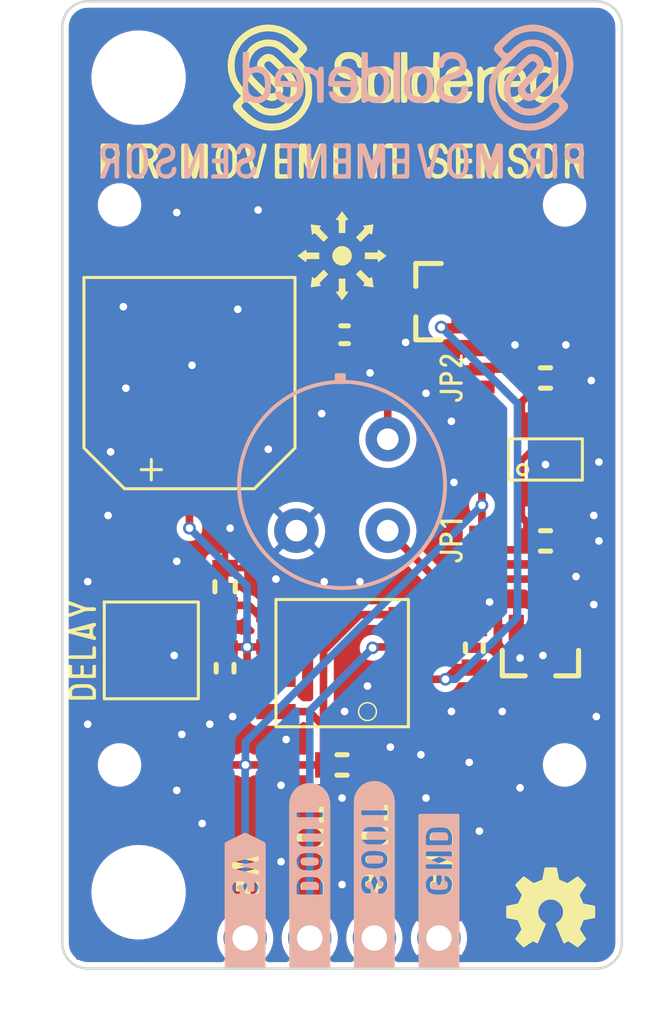
<source format=kicad_pcb>
(kicad_pcb (version 20211014) (generator pcbnew)
  (layers (0 "F.Cu" signal) (31 "B.Cu" signal) (34 "B.Paste" user) (35 "F.Paste" user) (36 "B.SilkS" user "B.Silkscreen") (37 "F.SilkS" user "F.Silkscreen") (38 "B.Mask" user) (39 "F.Mask" user) (44 "Edge.Cuts" user))
  (net 0 "")
  (net 1 "Net-(C1-Pad2)")
  (net 2 "GND")
  (net 3 "3V3")
  (net 4 "Net-(C4-Pad1)")
  (net 5 "REL")
  (net 6 "Net-(C5-Pad1)")
  (net 7 "5V")
  (net 8 "Net-(R1-Pad3)")
  (net 9 "TRIG")
  (net 10 "OUT")
  (net 12 "Net-(Q2-Pad3)")
  (footprint "" (layer "F.Cu") (at 92.25 100)
    (fp_text reference "HOLE_L2" hide)
    (fp_text value "" hide)
    (pad "" np_thru_hole circle locked (at 0 0) (size 1.2 1.2) (drill 1.2) (layers F&B.Cu *.Mask))
  )
  (footprint "buzzardLabel" (layer "F.Cu") (at 102.27 130.4 90)
    (fp_text reference "" (at 0 0 90) (layer "F.SilkS") (effects (font (size 1.27 1.27))))
    (fp_text value "" (at 0 0 90) (layer "F.SilkS") (effects (font (size 1.27 1.27))))
  )
  (footprint "e-radionica.com footprinti:FIDUCIAL_23" (layer "F.Cu") (at 108.5 103.2)
    (fp_text reference "FD1")
    (fp_text value "FIDUCIAL")
    (fp_circle (center 0 0) (end 1 0) (layer "F.Cu") (width 0.2) (fill none))
    (pad "1" smd circle (at 0 0) (size 1 1) (layers "F.Cu" "F.Paste" "F.Mask") (clearance 1.1))
  )
  (footprint "buzzardLabel" (layer "F.Cu") (at 104.81 130.4 90)
    (fp_text reference "" (at 0 0 90) (layer "F.SilkS") (effects (font (size 1.27 1.27))))
    (fp_text value "" (at 0 0 90) (layer "F.SilkS") (effects (font (size 1.27 1.27))))
  )
  (footprint "e-radionica.com footprinti:0603R" (layer "F.Cu") (at 106.2 117.4 90)
    (fp_text reference "R2")
    (fp_text value "10k")
    (pad "1" smd rect locked (at -0.775 0 180) (size 1 0.64) (layers "F.Cu" "F.Paste" "F.Mask") (net 9 "TRIG"))
    (pad "2" smd rect locked (at 0.775 0 180) (size 1 0.64) (layers "F.Cu" "F.Paste" "F.Mask") (net 7 "5V"))
  )
  (footprint "e-radionica.com footprinti:0603C" (layer "F.Cu") (at 109 106.8 180)
    (fp_text reference "C2")
    (fp_text value "2u2")
    (pad "1" smd rect locked (at -0.73 0 180) (size 0.66 1) (layers "F.Cu" "F.Paste" "F.Mask") (net 2 "GND"))
    (pad "2" smd rect locked (at 0.73 0 180) (size 0.66 1) (layers "F.Cu" "F.Paste" "F.Mask") (net 3 "3V3"))
  )
  (footprint "" (layer "F.Cu") (at 92.25 122)
    (fp_text reference "HOLE_L1" hide)
    (fp_text value "" hide)
    (pad "" np_thru_hole circle locked (at 0 0) (size 1.2 1.2) (drill 1.2) (layers F&B.Cu *.Mask))
  )
  (footprint "e-radionica.com footprinti:0603C" (layer "F.Cu") (at 101 122)
    (fp_text reference "C3")
    (fp_text value "100n")
    (pad "1" smd rect locked (at -0.73 0) (size 0.66 1) (layers "F.Cu" "F.Paste" "F.Mask") (net 7 "5V"))
    (pad "2" smd rect locked (at 0.73 0) (size 0.66 1) (layers "F.Cu" "F.Paste" "F.Mask") (net 2 "GND"))
  )
  (footprint "e-radionica.com footprinti:SOT-23-3" (layer "F.Cu") (at 104.6 103.8 180)
    (fp_text reference "Q2")
    (fp_text value "PNP")
    (pad "1" smd rect locked (at -1.2 -0.95 270) (size 0.6 1) (layers "F.Cu" "F.Paste" "F.Mask") (net 9 "TRIG"))
    (pad "2" smd rect locked (at -1.2 0.95 270) (size 0.6 1) (layers "F.Cu" "F.Paste" "F.Mask") (net 2 "GND"))
    (pad "3" smd rect locked (at 1.2 0 270) (size 0.6 1) (layers "F.Cu" "F.Paste" "F.Mask") (net 12 "Net-(Q2-Pad3)"))
  )
  (footprint "e-radionica.com footprinti:ELECTROLITIC_CAP_8x8x14.5" (layer "F.Cu") (at 95 107 90)
    (fp_text reference "C5")
    (fp_text value "EMZR160ARA681MHA0G")
    (pad "1" smd rect (at -3.3 0 180) (size 1.2 3.4) (layers "F.Cu" "F.Paste" "F.Mask") (net 6 "Net-(C5-Pad1)"))
    (pad "2" smd rect (at 3.3 0 180) (size 1.2 3.4) (layers "F.Cu" "F.Paste" "F.Mask") (net 2 "GND"))
  )
  (footprint "Soldered Graphics:Logo-Back-SolderedFULL-13mm" (layer "F.Cu") (at 103.6 95)
    (fp_text reference "REF**" hide)
    (fp_text value "Logo-Front-SolderedFULL-13mm" hide)
  )
  (footprint "" (layer "F.Cu") (at 109.75 100)
    (fp_text reference "HOLE_L3" hide)
    (fp_text value "" hide)
    (pad "" np_thru_hole circle locked (at 0 0) (size 1.2 1.2) (drill 1.2) (layers F&B.Cu *.Mask))
  )
  (footprint "e-radionica.com footprinti:HOLE_3.2mm" (layer "F.Cu") (at 93 95)
    (fp_text reference "H2" hide)
    (fp_text value "HOLE_3.2mm" hide)
    (pad "" np_thru_hole circle locked (at 0 0) (size 3.2 3.2) (drill 3.2) (layers F&B.Cu *.Mask))
  )
  (footprint "e-radionica.com footprinti:0603C" (layer "F.Cu") (at 109 113.2 180)
    (fp_text reference "C1")
    (fp_text value "2u2")
    (pad "1" smd rect locked (at -0.73 0 180) (size 0.66 1) (layers "F.Cu" "F.Paste" "F.Mask") (net 2 "GND"))
    (pad "2" smd rect locked (at 0.73 0 180) (size 0.66 1) (layers "F.Cu" "F.Paste" "F.Mask") (net 1 "Net-(C1-Pad2)"))
  )
  (footprint "e-radionica.com footprinti:SOIC−8" (layer "F.Cu") (at 101 118 180)
    (fp_text reference "U3")
    (fp_text value "NE555DR")
    (pad "1" smd rect locked (at -2.6 -1.905 180) (size 1.55 0.6) (layers "F.Cu" "F.Paste" "F.Mask") (net 2 "GND"))
    (pad "2" smd rect locked (at -2.6 -0.635 180) (size 1.55 0.6) (layers "F.Cu" "F.Paste" "F.Mask") (net 9 "TRIG"))
    (pad "3" smd rect locked (at -2.6 0.635 180) (size 1.55 0.6) (layers "F.Cu" "F.Paste" "F.Mask") (net 10 "OUT"))
    (pad "4" smd rect locked (at -2.6 1.905 180) (size 1.55 0.6) (layers "F.Cu" "F.Paste" "F.Mask") (net 7 "5V"))
    (pad "5" smd rect locked (at 2.6 1.905 180) (size 1.55 0.6) (layers "F.Cu" "F.Paste" "F.Mask") (net 4 "Net-(C4-Pad1)"))
    (pad "6" smd rect locked (at 2.6 0.635 180) (size 1.55 0.6) (layers "F.Cu" "F.Paste" "F.Mask") (net 6 "Net-(C5-Pad1)"))
    (pad "7" smd rect locked (at 2.6 -0.635 180) (size 1.55 0.6) (layers "F.Cu" "F.Paste" "F.Mask") (net 6 "Net-(C5-Pad1)"))
    (pad "8" smd rect locked (at 2.6 -1.905 180) (size 1.55 0.6) (layers "F.Cu" "F.Paste" "F.Mask") (net 7 "5V"))
  )
  (footprint "Soldered Graphics:Version2.1.1." (layer "F.Cu") (at 91.8 129.3)
    (fp_text reference "REF**" hide)
    (fp_text value "Version2.1.1." hide)
    (fp_poly (pts (xy 0.27 0.35) (xy 0.33 0.35) (xy 0.34 0.31) (xy 0.34 -0.35) (xy 0.31 -0.38) (xy 0.26 -0.38) (xy 0.22 -0.34) (xy 0.1 -0.22) (xy 0.09 -0.17) (xy 0.12 -0.16) (xy 0.21 -0.22) (xy 0.25 -0.23) (xy 0.25 0.31) (xy 0.27 0.35)) (layer "F.Cu") (width 0.01) (fill solid))
    (fp_poly (pts (xy 0.98 0.35) (xy 1.03 0.35) (xy 1.05 0.31) (xy 1.05 -0.35) (xy 1.01 -0.38) (xy 0.96 -0.38) (xy 0.92 -0.34) (xy 0.81 -0.22) (xy 0.79 -0.17) (xy 0.82 -0.16) (xy 0.92 -0.22) (xy 0.96 -0.23) (xy 0.96 0.31) (xy 0.98 0.35)) (layer "F.Cu") (width 0.01) (fill solid))
    (fp_poly (pts (xy -0.72 0.35) (xy -0.4 0.35) (xy -0.35 0.33) (xy -0.35 0.28) (xy -0.4 0.27) (xy -0.62 0.27) (xy -0.61 0.23) (xy -0.44 0.02) (xy -0.41 -0.03) (xy -0.38 -0.08) (xy -0.37 -0.13) (xy -0.37 -0.18) (xy -0.37 -0.24) (xy -0.39 -0.29) (xy -0.42 -0.32) (xy -0.46 -0.36) (xy -0.52 -0.38) (xy -0.57 -0.38) (xy -0.63 -0.36) (xy -0.68 -0.32) (xy -0.71 -0.29) (xy -0.73 -0.24) (xy -0.73 -0.19) (xy -0.72 -0.14) (xy -0.67 -0.14) (xy -0.65 -0.18) (xy -0.64 -0.23) (xy -0.61 -0.27) (xy -0.56 -0.29) (xy -0.5 -0.29) (xy -0.47 -0.24) (xy -0.46 -0.19) (xy -0.46 -0.14) (xy -0.48 -0.09) (xy -0.51 -0.04) (xy -0.71 0.21) (xy -0.74 0.26) (xy -0.75 0.31) (xy -0.72 0.35)) (layer "F.Cu") (width 0.01) (fill solid))
    (fp_poly (pts (xy 0.5 0.38) (xy 0.55 0.38) (xy 0.6 0.37) (xy 0.61 0.33) (xy 0.61 0.27) (xy 0.57 0.26) (xy 0.52 0.26) (xy 0.48 0.29) (xy 0.48 0.34) (xy 0.5 0.38)) (layer "F.Cu") (width 0.01) (fill solid))
    (fp_poly (pts (xy -1.22 0.35) (xy -1.17 0.35) (xy -1.14 0.31) (xy -0.98 -0.1) (xy -1 -0.13) (xy -1.06 -0.13) (xy -1.08 -0.1) (xy -1.17 0.16) (xy -1.19 0.21) (xy -1.22 0.17) (xy -1.31 -0.09) (xy -1.33 -0.13) (xy -1.39 -0.13) (xy -1.41 -0.1) (xy -1.25 0.31) (xy -1.22 0.35)) (layer "F.Cu") (width 0.01) (fill solid))
    (fp_poly (pts (xy 1.21 0.38) (xy 1.26 0.38) (xy 1.31 0.37) (xy 1.31 0.33) (xy 1.31 0.27) (xy 1.27 0.26) (xy 1.22 0.26) (xy 1.19 0.29) (xy 1.19 0.34) (xy 1.21 0.38)) (layer "F.Cu") (width 0.01) (fill solid))
    (fp_poly (pts (xy -0.2 0.38) (xy -0.15 0.38) (xy -0.1 0.37) (xy -0.09 0.33) (xy -0.09 0.27) (xy -0.14 0.26) (xy -0.19 0.26) (xy -0.22 0.29) (xy -0.22 0.34) (xy -0.2 0.38)) (layer "F.Cu") (width 0.01) (fill solid))
  )
  (footprint "e-radionica.com footprinti:0603R" (layer "F.Cu") (at 101.1 105.1 180)
    (fp_text reference "R4")
    (fp_text value "10")
    (pad "1" smd rect locked (at -0.775 0 270) (size 1 0.64) (layers "F.Cu" "F.Paste" "F.Mask") (net 12 "Net-(Q2-Pad3)"))
    (pad "2" smd rect locked (at 0.775 0 270) (size 1 0.64) (layers "F.Cu" "F.Paste" "F.Mask") (net 6 "Net-(C5-Pad1)"))
  )
  (footprint "Soldered Graphics:Logo-Front-SolderedFULL-13mm" (layer "F.Cu") (at 103 95)
    (fp_text reference "REF**" hide)
    (fp_text value "Logo-Front-SolderedFULL-13mm" hide)
  )
  (footprint "e-radionica.com footprinti:0603R" (layer "F.Cu") (at 96.4 118.2 -90)
    (fp_text reference "R3")
    (fp_text value "1k")
    (pad "1" smd rect locked (at -0.775 0) (size 1 0.64) (layers "F.Cu" "F.Paste" "F.Mask") (net 6 "Net-(C5-Pad1)"))
    (pad "2" smd rect locked (at 0.775 0) (size 1 0.64) (layers "F.Cu" "F.Paste" "F.Mask") (net 8 "Net-(R1-Pad3)"))
  )
  (footprint "buzzardLabel" (layer "F.Cu") (at 105.3 113.2 90)
    (fp_text reference "" (at 0 0 90) (layer "F.SilkS") (effects (font (size 1.27 1.27))))
    (fp_text value "" (at 0 0 90) (layer "F.SilkS") (effects (font (size 1.27 1.27))))
  )
  (footprint "buzzardLabel" (layer "F.Cu") (at 105.3 106.8 90)
    (fp_text reference "" (at 0 0 90) (layer "F.SilkS") (effects (font (size 1.27 1.27))))
    (fp_text value "" (at 0 0 90) (layer "F.SilkS") (effects (font (size 1.27 1.27))))
  )
  (footprint "e-radionica.com footprinti:HEADER_MALE_4X1" (layer "F.Cu") (at 101 128.8 180)
    (fp_text reference "K1")
    (fp_text value "HEADER_MALE_4X1")
    (pad "1" thru_hole circle locked (at -3.81 0 180) (size 1.7 1.7) (drill 1) (layers *.Cu *.Mask) (net 2 "GND"))
    (pad "2" thru_hole circle locked (at -1.27 0 180) (size 1.7 1.7) (drill 1) (layers *.Cu *.Mask) (net 5 "REL"))
    (pad "3" thru_hole circle locked (at 1.27 0 180) (size 1.7 1.7) (drill 1) (layers *.Cu *.Mask) (net 10 "OUT"))
    (pad "4" thru_hole circle locked (at 3.81 0 180) (size 1.7 1.7) (drill 1) (layers *.Cu *.Mask) (net 7 "5V"))
  )
  (footprint "buzzardLabel" (layer "F.Cu") (at 101 98.3)
    (fp_text reference "" (at 0 0) (layer "F.SilkS") (effects (font (size 1.27 1.27))))
    (fp_text value "" (at 0 0) (layer "F.SilkS") (effects (font (size 1.27 1.27))))
  )
  (footprint "e-radionica.com footprinti:SOT-23-5" (layer "F.Cu") (at 109 110 90)
    (fp_text reference "U2")
    (fp_text value "SE5218")
    (pad "1" smd rect locked (at -1.3 -0.95 90) (size 1.1 0.6) (layers "F.Cu" "F.Paste" "F.Mask") (net 1 "Net-(C1-Pad2)"))
    (pad "2" smd rect locked (at -1.3 0 90) (size 1.1 0.6) (layers "F.Cu" "F.Paste" "F.Mask") (net 2 "GND"))
    (pad "3" smd rect locked (at -1.3 0.95 90) (size 1.1 0.6) (layers "F.Cu" "F.Paste" "F.Mask") (net 1 "Net-(C1-Pad2)"))
    (pad "4" smd rect locked (at 1.3 0.95 90) (size 1.1 0.6) (layers "F.Cu" "F.Paste" "F.Mask"))
    (pad "5" smd rect locked (at 1.3 -0.95 90) (size 1.1 0.6) (layers "F.Cu" "F.Paste" "F.Mask") (net 3 "3V3"))
  )
  (footprint "Soldered Graphics:Symbol-Front-Movement" (layer "F.Cu") (at 101 102)
    (fp_text reference "G***" hide)
    (fp_text value "LOGO" hide)
  )
  (footprint "buzzardLabel" (layer "F.Cu") (at 99.73 130.4 90)
    (fp_text reference "" (at 0 0 90) (layer "F.SilkS") (effects (font (size 1.27 1.27))))
    (fp_text value "" (at 0 0 90) (layer "F.SilkS") (effects (font (size 1.27 1.27))))
  )
  (footprint "e-radionica.com footprinti:SMD_JUMPER" (layer "F.Cu") (at 106.5 106.8 90)
    (fp_text reference "JP2")
    (fp_text value "SMD_JUMPER")
    (pad "1" smd rect locked (at -0.35 0 90) (size 0.5 1) (layers "F.Cu" "F.Mask") (net 7 "5V"))
    (pad "2" smd rect locked (at 0.35 0 90) (size 0.5 1) (layers "F.Cu" "F.Mask") (net 3 "3V3"))
  )
  (footprint "e-radionica.com footprinti:HOLE_3.2mm" (layer "F.Cu") (at 93 127)
    (fp_text reference "H1" hide)
    (fp_text value "HOLE_3.2mm" hide)
    (pad "" np_thru_hole circle locked (at 0 0) (size 3.2 3.2) (drill 3.2) (layers F&B.Cu *.Mask))
  )
  (footprint "e-radionica.com footprinti:0603C" (layer "F.Cu") (at 96.4 115 90)
    (fp_text reference "C4")
    (fp_text value "10n")
    (pad "1" smd rect locked (at -0.73 0 90) (size 0.66 1) (layers "F.Cu" "F.Paste" "F.Mask") (net 4 "Net-(C4-Pad1)"))
    (pad "2" smd rect locked (at 0.73 0 90) (size 0.66 1) (layers "F.Cu" "F.Paste" "F.Mask") (net 2 "GND"))
  )
  (footprint "e-radionica.com footprinti:tc33x-2-103e" (layer "F.Cu") (at 93.5 117.5)
    (fp_text reference "R1")
    (fp_text value "TC33X-2-105E")
    (pad "1" smd rect locked (at -1 1.8) (size 1.2 1.2) (layers "F.Cu" "F.Paste" "F.Mask") (net 7 "5V"))
    (pad "2" smd rect locked (at 0 -1.45) (size 1.6 1.5) (layers "F.Cu" "F.Paste" "F.Mask") (net 7 "5V"))
    (pad "3" smd rect locked (at 1 1.8) (size 1.2 1.2) (layers "F.Cu" "F.Paste" "F.Mask") (net 8 "Net-(R1-Pad3)"))
  )
  (footprint "buzzardLabel" (layer "F.Cu") (at 97.19 130.4 90)
    (fp_text reference "" (at 0 0 90) (layer "F.SilkS") (effects (font (size 1.27 1.27))))
    (fp_text value "" (at 0 0 90) (layer "F.SilkS") (effects (font (size 1.27 1.27))))
  )
  (footprint "" (layer "F.Cu") (at 109.75 122)
    (fp_text reference "HOLE_L4" hide)
    (fp_text value "" hide)
    (pad "" np_thru_hole circle locked (at 0 0) (size 1.2 1.2) (drill 1.2) (layers F&B.Cu *.Mask))
  )
  (footprint "e-radionica.com footprinti:SOT-23-3" (layer "F.Cu") (at 108.8 117.8 -90)
    (fp_text reference "Q1")
    (fp_text value "NMOS")
    (pad "1" smd rect locked (at -1.2 -0.95) (size 0.6 1) (layers "F.Cu" "F.Paste" "F.Mask") (net 5 "REL"))
    (pad "2" smd rect locked (at -1.2 0.95) (size 0.6 1) (layers "F.Cu" "F.Paste" "F.Mask") (net 2 "GND"))
    (pad "3" smd rect locked (at 1.2 0) (size 0.6 1) (layers "F.Cu" "F.Paste" "F.Mask") (net 9 "TRIG"))
  )
  (footprint "buzzardLabel" (layer "F.Cu") (at 90.8 117.5 90)
    (fp_text reference "" (at 0 0 90) (layer "F.SilkS") (effects (font (size 1.27 1.27))))
    (fp_text value "" (at 0 0 90) (layer "F.SilkS") (effects (font (size 1.27 1.27))))
  )
  (footprint "e-radionica.com footprinti:SMD-JUMPER-CONNECTED_TRACE_SLODERMASK" (layer "F.Cu") (at 106.5 113.2 90)
    (fp_text reference "JP1")
    (fp_text value "SMD-JUMPER-CONNECTED_TRACE_SLODERMASK")
    (fp_poly (pts (xy 0.1 0.1) (xy -0.1 0.1) (xy -0.1 -0.1) (xy 0.1 -0.1)) (layer "F.Cu") (width 0.1) (fill solid))
    (pad "1" smd rect (at -0.35 0 90) (size 0.5 1) (layers "F.Cu" "F.Mask") (net 1 "Net-(C1-Pad2)"))
    (pad "2" smd rect (at 0.35 0 90) (size 0.5 1) (layers "F.Cu" "F.Mask") (net 7 "5V"))
  )
  (footprint "e-radionica.com footprinti:PIR_senzor" (layer "B.Cu") (at 101 111 -135)
    (fp_text reference "U1")
    (fp_text value "AM312")
    (pad "1" thru_hole circle locked (at -2.54 0 225) (size 1.75 1.75) (drill 0.85) (layers *.Cu *.Mask) (net 3 "3V3"))
    (pad "2" thru_hole circle locked (at 0 -2.54 225) (size 1.75 1.75) (drill 0.85) (layers *.Cu *.Mask) (net 5 "REL"))
    (pad "3" thru_hole circle locked (at 2.54 0 225) (size 1.75 1.75) (drill 0.85) (layers *.Cu *.Mask) (net 2 "GND"))
  )
  (footprint "buzzardLabel" (layer "B.Cu") (at 99.73 130.4 90)
    (fp_text reference "" (at 0 0 90) (layer "B.SilkS") (effects (font (size 1.27 1.27)) (justify mirror)))
    (fp_text value "" (at 0 0 90) (layer "B.SilkS") (effects (font (size 1.27 1.27)) (justify mirror)))
  )
  (footprint "buzzardLabel" (layer "B.Cu") (at 97.19 130.4 90)
    (fp_text reference "" (at 0 0 90) (layer "B.SilkS") (effects (font (size 1.27 1.27)) (justify mirror)))
    (fp_text value "" (at 0 0 90) (layer "B.SilkS") (effects (font (size 1.27 1.27)) (justify mirror)))
  )
  (footprint "buzzardLabel" (layer "B.Cu") (at 102.27 130.4 90)
    (fp_text reference "" (at 0 0 90) (layer "B.SilkS") (effects (font (size 1.27 1.27)) (justify mirror)))
    (fp_text value "" (at 0 0 90) (layer "B.SilkS") (effects (font (size 1.27 1.27)) (justify mirror)))
  )
  (footprint "buzzardLabel" (layer "B.Cu") (at 101 98.3 180)
    (fp_text reference "" (at 0 0) (layer "B.SilkS") (effects (font (size 1.27 1.27)) (justify mirror)))
    (fp_text value "" (at 0 0) (layer "B.SilkS") (effects (font (size 1.27 1.27)) (justify mirror)))
  )
  (footprint "Soldered Graphics:Logo-Back-OSH-3.5mm" (layer "B.Cu") (at 109.2 127.6 180)
    (fp_text reference "G***" hide)
    (fp_text value "LOGO" hide)
  )
  (footprint "buzzardLabel" (layer "B.Cu") (at 104.81 130.4 90)
    (fp_text reference "" (at 0 0 90) (layer "B.SilkS") (effects (font (size 1.27 1.27)) (justify mirror)))
    (fp_text value "" (at 0 0 90) (layer "B.SilkS") (effects (font (size 1.27 1.27)) (justify mirror)))
  )
  (gr_arc (start 91 130) (mid 90.292893 129.707107) (end 90 129) (layer "Edge.Cuts") (width 0.1))
  (gr_line (start 91 92) (end 111 92) (layer "Edge.Cuts") (width 0.1))
  (gr_line (start 111 130) (end 91 130) (layer "Edge.Cuts") (width 0.1))
  (gr_arc (start 90 93) (mid 90.292893 92.292893) (end 91 92) (layer "Edge.Cuts") (width 0.1))
  (gr_line (start 112 93) (end 112 129) (layer "Edge.Cuts") (width 0.1))
  (gr_line (start 90 129) (end 90 93) (layer "Edge.Cuts") (width 0.1))
  (gr_arc (start 112 129) (mid 111.707107 129.707107) (end 111 130) (layer "Edge.Cuts") (width 0.1))
  (gr_arc (start 111 92) (mid 111.707107 92.292893) (end 112 93) (layer "Edge.Cuts") (width 0.1))
  (segment (start 109.4 109.5) (end 109.95 110.05) (width 0.254) (layer "F.Cu") (net 1))
  (segment (start 106.5 113.55) (end 107.92 113.55) (width 0.3) (layer "F.Cu") (net 1))
  (segment (start 108.27 112.47) (end 108.05 112.25) (width 0.3) (layer "F.Cu") (net 1))
  (segment (start 107.92 113.55) (end 108.27 113.2) (width 0.3) (layer "F.Cu") (net 1))
  (segment (start 108.599511 109.5) (end 109.4 109.5) (width 0.254) (layer "F.Cu") (net 1))
  (segment (start 108.05 110.049511) (end 108.599511 109.5) (width 0.254) (layer "F.Cu") (net 1))
  (segment (start 108.27 113.2) (end 108.27 112.47) (width 0.3) (layer "F.Cu") (net 1))
  (segment (start 108.05 112.25) (end 108.05 111.3) (width 0.3) (layer "F.Cu") (net 1))
  (segment (start 109.95 110.05) (end 109.95 111.3) (width 0.254) (layer "F.Cu") (net 1))
  (segment (start 108.05 111.3) (end 108.05 110.049511) (width 0.254) (layer "F.Cu") (net 1))
  (via (at 94.5 123) (size 0.5) (drill 0.3) (layers "F.Cu" "B.Cu") (net 2))
  (via (at 100.2 108.2) (size 0.5) (drill 0.3) (layers "F.Cu" "B.Cu") (net 2))
  (via (at 96.6 112.7) (size 0.5) (drill 0.3) (layers "F.Cu" "B.Cu") (net 2))
  (via (at 110.8 106.9) (size 0.5) (drill 0.3) (layers "F.Cu" "B.Cu") (net 2))
  (via (at 94.7 120.8) (size 0.5) (drill 0.3) (layers "F.Cu" "B.Cu") (net 2))
  (via (at 108 122.9) (size 0.5) (drill 0.3) (layers "F.Cu" "B.Cu") (net 2))
  (via (at 110.9 112.2) (size 0.5) (drill 0.3) (layers "F.Cu" "B.Cu") (net 2))
  (via (at 92.5 107.2) (size 0.5) (drill 0.3) (layers "F.Cu" "B.Cu") (net 2))
  (via (at 104.3 123.3) (size 0.5) (drill 0.3) (layers "F.Cu" "B.Cu") (net 2))
  (via (at 101 126.7) (size 0.5) (drill 0.3) (layers "F.Cu" "B.Cu") (net 2))
  (via (at 101 123.3) (size 0.5) (drill 0.3) (layers "F.Cu" "B.Cu") (net 2))
  (via (at 111.1 110.1) (size 0.5) (drill 0.3) (layers "F.Cu" "B.Cu") (net 2))
  (via (at 102.9 121.3) (size 0.5) (drill 0.3) (layers "F.Cu" "B.Cu") (net 2))
  (via (at 111.1 113.2) (size 0.5) (drill 0.3) (layers "F.Cu" "B.Cu") (net 2))
  (via (at 95.1 106.3) (size 0.5) (drill 0.3) (layers "F.Cu" "B.Cu") (net 2))
  (via (at 110.2 114.6) (size 0.5) (drill 0.3) (layers "F.Cu" "B.Cu") (net 2))
  (via (at 98.8 121) (size 0.5) (drill 0.3) (layers "F.Cu" "B.Cu") (net 2))
  (via (at 107.3 119.9) (size 0.5) (drill 0.3) (layers "F.Cu" "B.Cu") (net 2))
  (via (at 91 120.4) (size 0.5) (drill 0.3) (layers "F.Cu" "B.Cu") (net 2))
  (via (at 106.4 124.6) (size 0.5) (drill 0.3) (layers "F.Cu" "B.Cu") (net 2))
  (via (at 105.3 108.5) (size 0.5) (drill 0.3) (layers "F.Cu" "B.Cu") (net 2))
  (via (at 105.3 119.9) (size 0.5) (drill 0.3) (layers "F.Cu" "B.Cu") (net 2))
  (via (at 94.5 114) (size 0.5) (drill 0.3) (layers "F.Cu" "B.Cu") (net 2))
  (via (at 109 110.2) (size 0.5) (drill 0.3) (layers "F.Cu" "B.Cu") (net 2))
  (via (at 106.8 115.6) (size 0.5) (drill 0.3) (layers "F.Cu" "B.Cu") (net 2))
  (via (at 111 120.1) (size 0.5) (drill 0.3) (layers "F.Cu" "B.Cu") (net 2))
  (via (at 94.4 117.7) (size 0.5) (drill 0.3) (layers "F.Cu" "B.Cu") (net 2))
  (via (at 107.8 105.5) (size 0.5) (drill 0.3) (layers "F.Cu" "B.Cu") (net 2))
  (via (at 91.9 109.7) (size 0.5) (drill 0.3) (layers "F.Cu" "B.Cu") (net 2))
  (via (at 92.4 104) (size 0.5) (drill 0.3) (layers "F.Cu" "B.Cu") (net 2))
  (via (at 95.8 120.4) (size 0.5) (drill 0.3) (layers "F.Cu" "B.Cu") (net 2))
  (via (at 98.6 125.8) (size 0.5) (drill 0.3) (layers "F.Cu" "B.Cu") (net 2))
  (via (at 96.9 104.1) (size 0.5) (drill 0.3) (layers "F.Cu" "B.Cu") (net 2))
  (via (at 100.3 114.8) (size 0.5) (drill 0.3) (layers "F.Cu" "B.Cu") (net 2))
  (via (at 101.1 119.9) (size 0.5) (drill 0.3) (layers "F.Cu" "B.Cu") (net 2))
  (via (at 104.3 107.4) (size 0.5) (drill 0.3) (layers "F.Cu" "B.Cu") (net 2))
  (via (at 109.8 105.5) (size 0.5) (drill 0.3) (layers "F.Cu" "B.Cu") (net 2))
  (via (at 105.4 110.9) (size 0.5) (drill 0.3) (layers "F.Cu" "B.Cu") (net 2))
  (via (at 95.5 124.3) (size 0.5) (drill 0.3) (layers "F.Cu" "B.Cu") (net 2))
  (via (at 96.7 120.1) (size 0.5) (drill 0.3) (layers "F.Cu" "B.Cu") (net 2))
  (via (at 98.4 114.7) (size 0.5) (drill 0.3) (layers "F.Cu" "B.Cu") (net 2))
  (via (at 97.7 100.2) (size 0.5) (drill 0.3) (layers "F.Cu" "B.Cu") (net 2))
  (via (at 110.9 115.7) (size 0.5) (drill 0.3) (layers "F.Cu" "B.Cu") (net 2))
  (via (at 102.1 106.6) (size 0.5) (drill 0.3) (layers "F.Cu" "B.Cu") (net 2))
  (via (at 101.7 114.8) (size 0.5) (drill 0.3) (layers "F.Cu" "B.Cu") (net 2))
  (via (at 98.6 122.8) (size 0.5) (drill 0.3) (layers "F.Cu" "B.Cu") (net 2))
  (via (at 98.1 109.6) (size 0.5) (drill 0.3) (layers "F.Cu" "B.Cu") (net 2))
  (via (at 91 114.8) (size 0.5) (drill 0.3) (layers "F.Cu" "B.Cu") (net 2))
  (via (at 94.5 100.3) (size 0.5) (drill 0.3) (layers "F.Cu" "B.Cu") (net 2))
  (via (at 91.8 112.2) (size 0.5) (drill 0.3) (layers "F.Cu" "B.Cu") (net 2))
  (via (at 106 121.9) (size 0.5) (drill 0.3) (layers "F.Cu" "B.Cu") (net 2))
  (via (at 108.9 117.7) (size 0.5) (drill 0.3) (layers "F.Cu" "B.Cu") (net 2))
  (via (at 102 118.9) (size 0.5) (drill 0.3) (layers "F.Cu" "B.Cu") (net 2))
  (via (at 108 117.8) (size 0.5) (drill 0.3) (layers "F.Cu" "B.Cu") (net 2))
  (via (at 104.1 121.6) (size 0.5) (drill 0.3) (layers "F.Cu" "B.Cu") (net 2))
  (via (at 103.5 105.4) (size 0.5) (drill 0.3) (layers "F.Cu" "B.Cu") (net 2))
  (segment (start 106.5 106.45) (end 103.95 106.45) (width 0.3) (layer "F.Cu") (net 3))
  (segment (start 102.796051 107.603949) (end 102.796051 109.203949) (width 0.3) (layer "F.Cu") (net 3))
  (segment (start 108.3 107.5) (end 108.3 106.83) (width 0.3) (layer "F.Cu") (net 3))
  (segment (start 106.5 106.45) (end 107.92 106.45) (width 0.3) (layer "F.Cu") (net 3))
  (segment (start 108.3 106.83) (end 108.27 106.8) (width 0.3) (layer "F.Cu") (net 3))
  (segment (start 103.95 106.45) (end 102.796051 107.603949) (width 0.3) (layer "F.Cu") (net 3))
  (segment (start 108.05 108.7) (end 108.05 107.75) (width 0.3) (layer "F.Cu") (net 3))
  (segment (start 107.92 106.45) (end 108.27 106.8) (width 0.3) (layer "F.Cu") (net 3))
  (segment (start 108.05 107.75) (end 108.3 107.5) (width 0.3) (layer "F.Cu") (net 3))
  (segment (start 97.33 115.73) (end 96.4 115.73) (width 0.3) (layer "F.Cu") (net 4))
  (segment (start 98.4 116.095) (end 97.695 116.095) (width 0.3) (layer "F.Cu") (net 4))
  (segment (start 97.695 116.095) (end 97.33 115.73) (width 0.3) (layer "F.Cu") (net 4))
  (segment (start 102.796051 112.796051) (end 104.7 114.7) (width 0.3) (layer "F.Cu") (net 5))
  (segment (start 109.75 116.6) (end 110.4 117.25) (width 0.3) (layer "F.Cu") (net 5))
  (segment (start 108.4 114.7) (end 109.75 116.05) (width 0.3) (layer "F.Cu") (net 5))
  (segment (start 104.7 114.7) (end 108.4 114.7) (width 0.3) (layer "F.Cu") (net 5))
  (segment (start 102.27 127.23) (end 102.27 128.8) (width 0.3) (layer "F.Cu") (net 5))
  (segment (start 109.75 116.05) (end 109.75 116.6) (width 0.3) (layer "F.Cu") (net 5))
  (segment (start 110.4 119.1) (end 102.27 127.23) (width 0.3) (layer "F.Cu") (net 5))
  (segment (start 110.4 117.25) (end 110.4 119.1) (width 0.3) (layer "F.Cu") (net 5))
  (segment (start 96.46 117.365) (end 96.4 117.425) (width 0.3) (layer "F.Cu") (net 6))
  (segment (start 97.265 118.065) (end 97.265 117.365) (width 0.3) (layer "F.Cu") (net 6))
  (segment (start 98.4 117.365) (end 97.365 117.365) (width 0.3) (layer "F.Cu") (net 6))
  (segment (start 95 112.7) (end 95 110.3) (width 0.3) (layer "F.Cu") (net 6))
  (segment (start 97.365 117.365) (end 96.46 117.365) (width 0.3) (layer "F.Cu") (net 6))
  (segment (start 97.835 118.635) (end 97.265 118.065) (width 0.3) (layer "F.Cu") (net 6))
  (segment (start 100.2 105.1) (end 95 110.3) (width 0.3) (layer "F.Cu") (net 6))
  (segment (start 100.325 105.1) (end 100.2 105.1) (width 0.3) (layer "F.Cu") (net 6))
  (segment (start 98.4 118.635) (end 97.835 118.635) (width 0.3) (layer "F.Cu") (net 6))
  (segment (start 97.365 117.365) (end 97.265 117.365) (width 0.3) (layer "F.Cu") (net 6))
  (via (at 95 112.7) (size 0.5) (drill 0.3) (layers "F.Cu" "B.Cu") (net 6))
  (via (at 97.265 117.365) (size 0.5) (drill 0.3) (layers "F.Cu" "B.Cu") (net 6))
  (segment (start 97.265 117.365) (end 97.265 114.965) (width 0.3) (layer "B.Cu") (net 6))
  (segment (start 97.265 114.965) (end 95 112.7) (width 0.3) (layer "B.Cu") (net 6))
  (segment (start 100.27 117.53) (end 101.705 116.095) (width 0.3) (layer "F.Cu") (net 7))
  (segment (start 92.5 119.3) (end 92.5 119.9) (width 0.3) (layer "F.Cu") (net 7))
  (segment (start 94.6 122) (end 100.27 122) (width 0.3) (layer "F.Cu") (net 7))
  (segment (start 103.6 116.095) (end 105.67 116.095) (width 0.3) (layer "F.Cu") (net 7))
  (segment (start 101.705 116.095) (end 103.6 116.095) (width 0.3) (layer "F.Cu") (net 7))
  (segment (start 105.67 116.095) (end 106.2 116.625) (width 0.3) (layer "F.Cu") (net 7))
  (segment (start 100.27 122) (end 100.27 120.47) (width 0.3) (layer "F.Cu") (net 7))
  (segment (start 92.5 119.9) (end 94.6 122) (width 0.3) (layer "F.Cu") (net 7))
  (segment (start 92.5 119.3) (end 92.5 117.05) (width 0.3) (layer "F.Cu") (net 7))
  (segment (start 100.27 120.47) (end 100.27 117.53) (width 0.3) (layer "F.Cu") (net 7))
  (segment (start 99.705 119.905) (end 98.4 119.905) (width 0.3) (layer "F.Cu") (net 7))
  (segment (start 106.5 112.85) (end 106.5 111.8) (width 0.3) (layer "F.Cu") (net 7))
  (segment (start 100.27 120.47) (end 99.705 119.905) (width 0.3) (layer "F.Cu") (net 7))
  (segment (start 92.5 117.05) (end 93.5 116.05) (width 0.3) (layer "F.Cu") (net 7))
  (segment (start 106.5 111.8) (end 106.5 107.15) (width 0.3) (layer "F.Cu") (net 7))
  (via (at 97.2 122) (size 0.5) (drill 0.3) (layers "F.Cu" "B.Cu") (net 7))
  (via (at 106.5 111.8) (size 0.5) (drill 0.3) (layers "F.Cu" "B.Cu") (net 7))
  (segment (start 97.2 122) (end 97.2 121.1) (width 0.3) (layer "B.Cu") (net 7))
  (segment (start 97.2 121.1) (end 106.5 111.8) (width 0.3) (layer "B.Cu") (net 7))
  (segment (start 97.2 122) (end 97.19 122.01) (width 0.3) (layer "B.Cu") (net 7))
  (segment (start 97.19 122.01) (end 97.19 128.8) (width 0.3) (layer "B.Cu") (net 7))
  (segment (start 94.5 119.3) (end 95.1 119.3) (width 0.3) (layer "F.Cu") (net 8))
  (segment (start 95.425 118.975) (end 96.4 118.975) (width 0.3) (layer "F.Cu") (net 8))
  (segment (start 95.1 119.3) (end 95.425 118.975) (width 0.3) (layer "F.Cu") (net 8))
  (segment (start 107.075 118.175) (end 106.2 118.175) (width 0.3) (layer "F.Cu") (net 9))
  (segment (start 105.525 118.175) (end 105.065 118.635) (width 0.3) (layer "F.Cu") (net 9))
  (segment (start 105.065 118.635) (end 103.6 118.635) (width 0.3) (layer "F.Cu") (net 9))
  (segment (start 108.8 119) (end 107.9 119) (width 0.3) (layer "F.Cu") (net 9))
  (segment (start 107.9 119) (end 107.075 118.175) (width 0.3) (layer "F.Cu") (net 9))
  (segment (start 106.2 118.175) (end 105.525 118.175) (width 0.3) (layer "F.Cu") (net 9))
  (segment (start 104.9 104.8) (end 105.75 104.8) (width 0.3) (layer "F.Cu") (net 9))
  (segment (start 105.75 104.8) (end 105.8 104.75) (width 0.3) (layer "F.Cu") (net 9))
  (via (at 105.065 118.635) (size 0.5) (drill 0.3) (layers "F.Cu" "B.Cu") (net 9))
  (via (at 104.9 104.8) (size 0.5) (drill 0.3) (layers "F.Cu" "B.Cu") (net 9))
  (segment (start 107.8 116.3) (end 107.9 116.2) (width 0.3) (layer "B.Cu") (net 9))
  (segment (start 105.465 118.635) (end 107.8 116.3) (width 0.3) (layer "B.Cu") (net 9))
  (segment (start 107.9 116.2) (end 107.9 111.4) (width 0.3) (layer "B.Cu") (net 9))
  (segment (start 107.9 111.4) (end 107.9 107.8) (width 0.3) (layer "B.Cu") (net 9))
  (segment (start 107.9 107.8) (end 104.9 104.8) (width 0.3) (layer "B.Cu") (net 9))
  (segment (start 105.065 118.635) (end 105.465 118.635) (width 0.3) (layer "B.Cu") (net 9))
  (segment (start 102.235 117.365) (end 102.2 117.4) (width 0.3) (layer "F.Cu") (net 10))
  (segment (start 103.6 117.365) (end 102.235 117.365) (width 0.3) (layer "F.Cu") (net 10))
  (via (at 102.2 117.4) (size 0.5) (drill 0.3) (layers "F.Cu" "B.Cu") (net 10))
  (segment (start 99.73 119.87) (end 99.73 128.8) (width 0.3) (layer "B.Cu") (net 10))
  (segment (start 102.2 117.4) (end 99.73 119.87) (width 0.3) (layer "B.Cu") (net 10))
  (segment (start 103.175 103.8) (end 101.875 105.1) (width 0.3) (layer "F.Cu") (net 12))
  (segment (start 103.4 103.8) (end 103.175 103.8) (width 0.3) (layer "F.Cu") (net 12))
  (zone (net 2) (net_name "GND") (layers F&B.Cu) (connect_pads (clearance 0.254)) (min_thickness 0.254) (fill yes (thermal_gap 0.254) (thermal_bridge_width 0.254))
    (polygon (pts (xy 112 130) (xy 90 130) (xy 90 92) (xy 112 92)))
  )
)
</source>
